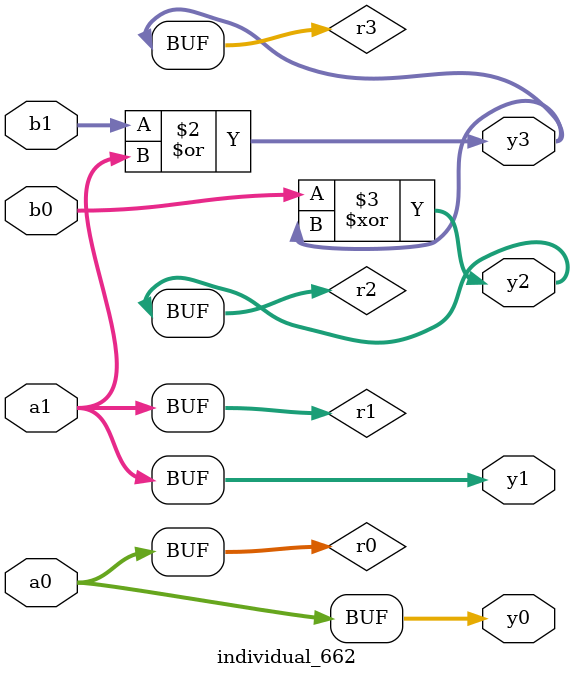
<source format=sv>
module individual_662(input logic [15:0] a1, input logic [15:0] a0, input logic [15:0] b1, input logic [15:0] b0, output logic [15:0] y3, output logic [15:0] y2, output logic [15:0] y1, output logic [15:0] y0);
logic [15:0] r0, r1, r2, r3; 
 always@(*) begin 
	 r0 = a0; r1 = a1; r2 = b0; r3 = b1; 
 	 r3  |=  a1 ;
 	 r2  ^=  r3 ;
 	 y3 = r3; y2 = r2; y1 = r1; y0 = r0; 
end
endmodule
</source>
